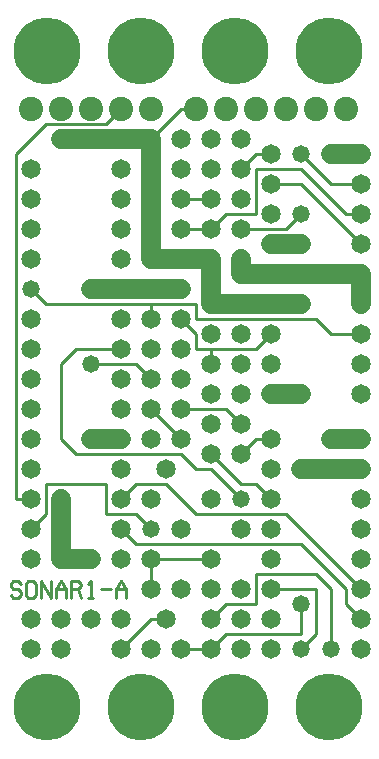
<source format=gtl>
%MOIN*%
%FSLAX25Y25*%
G04 D10 used for Character Trace; *
G04     Circle (OD=.01000) (No hole)*
G04 D11 used for Power Trace; *
G04     Circle (OD=.06700) (No hole)*
G04 D12 used for Signal Trace; *
G04     Circle (OD=.01100) (No hole)*
G04 D13 used for Via; *
G04     Circle (OD=.05800) (Round. Hole ID=.02800)*
G04 D14 used for Component hole; *
G04     Circle (OD=.06500) (Round. Hole ID=.03500)*
G04 D15 used for Component hole; *
G04     Circle (OD=.06700) (Round. Hole ID=.04300)*
G04 D16 used for Component hole; *
G04     Circle (OD=.08100) (Round. Hole ID=.05100)*
G04 D17 used for Component hole; *
G04     Circle (OD=.08900) (Round. Hole ID=.05900)*
G04 D18 used for Component hole; *
G04     Circle (OD=.11300) (Round. Hole ID=.08300)*
G04 D19 used for Component hole; *
G04     Circle (OD=.16000) (Round. Hole ID=.13000)*
G04 D20 used for Component hole; *
G04     Circle (OD=.18300) (Round. Hole ID=.15300)*
G04 D21 used for Component hole; *
G04     Circle (OD=.22291) (Round. Hole ID=.19291)*
%ADD10C,.01000*%
%ADD11C,.06700*%
%ADD12C,.01100*%
%ADD13C,.05800*%
%ADD14C,.06500*%
%ADD15C,.06700*%
%ADD16C,.08100*%
%ADD17C,.08900*%
%ADD18C,.11300*%
%ADD19C,.16000*%
%ADD20C,.18300*%
%ADD21C,.22291*%
%IPPOS*%
%LPD*%
G90*X0Y0D02*D21*X15625Y15625D03*D14*              
X20000Y35000D03*X10000D03*X40000D03*D12*          
X50000Y45000D01*X55000D01*D14*D03*X60000Y55000D03*
X50000Y35000D03*Y55000D03*D12*Y65000D01*D14*D03*  
D12*X70000D01*D14*D03*X80000Y55000D03*Y75000D03*  
X60000D03*X70000Y55000D03*D12*X75000Y50000D02*    
X85000D01*X70000Y45000D02*X75000Y50000D01*D14*    
X70000Y45000D03*D12*Y35000D02*X75000Y40000D01*D14*
X70000Y35000D03*D12*X60000D01*D14*D03*D12*        
X75000Y40000D02*X100000D01*Y50000D01*D13*D03*D12* 
X105000Y40000D02*Y55000D01*X100000Y35000D02*      
X105000Y40000D01*D13*X100000Y35000D03*D14*        
X90000Y45000D03*D13*X110000Y35000D03*D12*         
Y55000D01*X105000Y60000D01*X85000D01*Y50000D01*   
D14*X90000Y55000D03*D12*X105000D01*               
X120000Y45000D02*X115000Y50000D01*D14*            
X120000Y45000D03*D12*X115000Y50000D02*Y55000D01*  
X100000Y70000D01*X45000D01*X40000Y75000D01*D14*   
D03*D12*X50000D02*X45000Y80000D01*D13*            
X50000Y75000D03*D12*X35000Y80000D02*X45000D01*    
X35000D02*Y90000D01*X15000D01*Y80000D01*          
X10000Y75000D01*D14*D03*D11*X20000Y65000D02*      
X30000D01*D13*D03*D14*X40000D03*D11*X20000D02*    
Y85000D01*D13*D03*D14*X10000Y95000D03*Y85000D03*  
D12*X5000D01*Y200000D01*X15000Y210000D01*         
X35000D01*X40000Y215000D01*D16*D03*D11*           
X50000Y165000D02*Y205000D01*D13*Y165000D03*D11*   
X70000D01*D14*D03*D11*Y150000D01*X90000D01*D14*   
D03*D11*X100000D01*D13*D03*D12*X110000Y140000D02* 
X105000Y145000D01*X110000Y140000D02*X120000D01*   
D14*D03*Y150000D03*D11*Y160000D01*X110000D01*D13* 
D03*D11*X80000D01*Y165000D01*D14*D03*             
X70000Y175000D03*D12*X60000D01*D14*D03*           
X70000Y185000D03*D12*X60000D01*D14*D03*D12*       
X70000Y175000D02*X75000Y180000D01*X85000D01*      
Y195000D01*X100000D01*X115000Y180000D01*          
X120000D01*D14*D03*D12*X110000Y190000D02*         
X120000D01*D14*D03*D13*X110000Y200000D03*D11*     
X120000D01*D14*D03*D12*X110000Y190000D02*         
X100000Y200000D01*D13*D03*D14*X90000Y190000D03*   
D12*X100000D01*X120000Y170000D01*D14*D03*D13*     
X100000Y180000D03*D12*X95000Y175000D01*X80000D01* 
D14*D03*X90000Y170000D03*D11*X100000D01*D13*D03*  
D14*X90000Y180000D03*X80000Y185000D03*D12*        
X65000Y145000D02*X105000D01*X65000D02*Y150000D01* 
X50000D01*Y145000D01*D14*D03*D12*X15000Y150000D02*
X50000D01*X15000D02*X10000Y155000D01*D13*D03*D14* 
Y165000D03*Y145000D03*D13*X30000Y155000D03*D11*   
X60000D01*D13*D03*D14*Y145000D03*D12*             
X65000Y140000D01*Y135000D01*X70000D01*Y130000D01* 
D14*D03*D12*Y135000D02*X85000D01*X90000Y140000D01*
D14*D03*X80000Y130000D03*Y140000D03*              
X90000Y130000D03*X70000Y120000D03*X80000D03*      
X70000Y140000D03*X90000Y120000D03*D11*X100000D01* 
D13*D03*D12*X80000Y100000D02*X85000Y105000D01*D14*
X80000Y100000D03*D12*X85000Y105000D02*X90000D01*  
D14*D03*D13*X100000Y95000D03*D11*X120000D01*D14*  
D03*D13*X110000Y105000D03*D11*X120000D01*D14*D03* 
Y120000D03*Y85000D03*D12*Y55000D02*               
X95000Y80000D01*D14*X120000Y55000D03*Y65000D03*   
Y75000D03*Y35000D03*D12*X65000Y80000D02*X95000D01*
X65000D02*X55000Y90000D01*X45000D01*              
X40000Y85000D01*D14*D03*X50000D03*X40000Y95000D03*
D12*X25000Y100000D02*X60000D01*X65000Y95000D01*   
X70000D01*X80000Y85000D01*D13*D03*D12*X90000D02*  
X85000Y90000D01*D14*X90000Y85000D03*D12*          
X80000Y90000D02*X85000D01*X80000D02*              
X70000Y100000D01*D14*D03*X80000Y110000D03*D12*    
X75000Y115000D01*X60000D01*D14*D03*               
X50000Y125000D03*D12*X45000Y130000D01*X30000D01*  
D13*D03*D12*X20000D02*X25000Y135000D01*           
X20000Y105000D02*Y130000D01*X25000Y100000D02*     
X20000Y105000D01*D13*X30000D03*D11*X40000D01*D14* 
D03*X50000Y115000D03*D12*X60000Y105000D01*D14*D03*
X55000Y95000D03*X50000Y105000D03*X70000Y110000D03*
X40000Y125000D03*Y115000D03*X60000Y125000D03*     
X70000Y85000D03*X90000Y75000D03*Y95000D03*        
X60000Y135000D03*X50000D03*X40000D03*D12*         
X25000D01*D14*X10000D03*X40000Y145000D03*         
X10000Y125000D03*Y115000D03*X40000Y165000D03*     
X10000Y105000D03*X40000Y175000D03*X10000D03*      
X40000Y185000D03*X10000D03*X80000Y195000D03*D12*  
X85000Y200000D01*X90000D01*D14*D03*               
X80000Y205000D03*D16*X105000Y215000D03*X75000D03* 
X95000D03*X85000D03*D14*X70000Y205000D03*         
Y195000D03*D16*X65000Y215000D03*D12*X60000D01*    
X50000Y205000D01*D11*X20000D01*D13*D03*D16*       
X30000Y215000D03*X10000D03*D14*Y195000D03*D16*    
X20000Y215000D03*D14*X40000Y195000D03*D21*        
X46875Y234375D03*X15625D03*D16*X50000Y215000D03*  
D14*X60000Y195000D03*Y205000D03*D21*              
X78125Y234375D03*X109375D03*D16*X115000Y215000D03*
D14*X120000Y130000D03*X10000Y65000D03*X90000D03*  
D10*X6674Y56914D02*X5837Y57871D01*X4163D01*       
X3326Y56914D01*Y55957D01*X4163Y55000D01*X5837D01* 
X6674Y54043D01*Y53086D01*X5837Y52129D01*X4163D01* 
X3326Y53086D01*X11674D02*X10837Y52129D01*X9163D01*
X8326Y53086D01*Y56914D01*X9163Y57871D01*X10837D01*
X11674Y56914D01*Y53086D01*X13326Y52129D02*        
Y57871D01*X16674Y52129D01*Y57871D01*              
X18326Y52129D02*Y55000D01*X20000Y57871D01*        
X21674Y55000D01*Y52129D01*X18326Y55000D02*        
X21674D01*X23326Y52129D02*Y57871D01*X25837D01*    
X26674Y56914D01*Y55957D01*X25837Y55000D01*        
X23326D01*X25837D02*X26674Y52129D01*              
X29163Y56914D02*X30000Y57871D01*Y52129D01*        
X29163D02*X30837D01*X33326Y55000D02*X36674D01*    
X38326Y52129D02*Y55000D01*X40000Y57871D01*        
X41674Y55000D01*Y52129D01*X38326Y55000D02*        
X41674D01*D14*X10000Y45000D03*X20000D03*X30000D03*
X40000D03*X80000D03*Y35000D03*X90000D03*D21*      
X46875Y15625D03*X78125D03*X109375D03*M02*         

</source>
